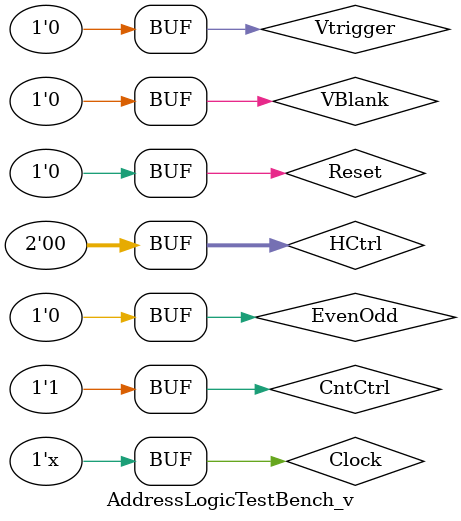
<source format=v>
`timescale		1 ns/1 ps		// Display things in ns, compute them in ps
`define HalfCycle	18.518		// Half of the clock cycle time in nanoseconds
`define Cycle		(`HalfCycle * 2)	// Didn't you learn to multiply?
`define ActiveCycles	65536			// Change this to hold the buttons down for longer!


module AddressLogicTestBench_v;

	// Inputs
	reg Clock;
	reg Reset;
	reg VBlank;
	reg CntCtrl;
	reg EvenOdd;
	reg[1:0]	HCtrl;
	reg Vtrigger;

	// Outputs
	wire InRequest;
	wire [8:0] InRequestLine;
	
	//---------------------------------------------------------------
	//	Clock Source
	//		This section will generate a clock signal,
	//		turning it on and off according the HalfCycle
	//		time, in this case it will generate a 27MHz clock
	//		THIS COULD NEVER BE SYNTHESIZED
	//---------------------------------------------------------------
	initial Clock =		1'b1;		// We need to start at 1'b0, otherwise clock will always be 1'bx
	always #(`HalfCycle) Clock =	~Clock;	// Every half clock cycle, invert the clock
	//---------------------------------------------------------------

	// Instantiate the Unit Under Test (UUT)
	AddressLogic uut (
		.Clock(Clock), 
		.Reset(Reset), 
		.VBlank(VBlank), 
		.CntCtrl(CntCtrl),
		.HCtrl(HCtrl),
		.EvenOdd(EvenOdd), 
		.InRequest(InRequest), 
		.InRequestLine(InRequestLine),
		.Vtrigger(Vtrigger)
	);

	initial begin
		// Initialize Inputs
		
		Reset = 1'b1;
		VBlank = 1'b1;
		CntCtrl = 1'b0;
		EvenOdd = 1'b0;
		HCtrl = 2'b01;
		Vtrigger = 1'b0;

		// Wait 100 ns for global reset to finish
		#(`Cycle*3);
		Reset = 1'b0;
		#(`Cycle*5);
		VBlank = 1'b0;
		#(`Cycle*10);
		VBlank = 1'b1;
		#(`Cycle*5);
		VBlank = 1'b0;
		#(`Cycle*2);
		HCtrl = 2'b00;
		CntCtrl = 1'b1;
		EvenOdd = 1'b1;
		#(`Cycle*10);

		Vtrigger = 1'b1;
		#(`Cycle);
		Vtrigger = 1'b0;
		#(`Cycle*8);
		EvenOdd = 1'b0;
		#(`Cycle);
		Vtrigger = 1'b1;
		#(`Cycle);
		Vtrigger = 1'b0;
		
		#(`Cycle*5);
		
        
		// Add stimulus here

	end
      
endmodule


</source>
